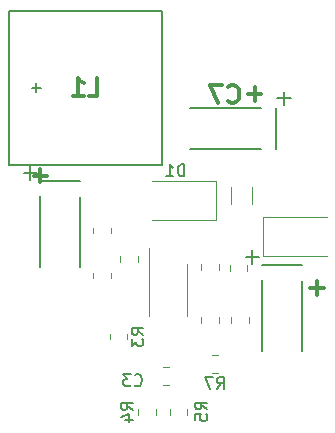
<source format=gbr>
%TF.GenerationSoftware,KiCad,Pcbnew,6.0.4-6f826c9f35~116~ubuntu20.04.1*%
%TF.CreationDate,2022-04-06T12:52:50+00:00*%
%TF.ProjectId,SOLARMINI01B,534f4c41-524d-4494-9e49-3031422e6b69,rev?*%
%TF.SameCoordinates,Original*%
%TF.FileFunction,Legend,Bot*%
%TF.FilePolarity,Positive*%
%FSLAX46Y46*%
G04 Gerber Fmt 4.6, Leading zero omitted, Abs format (unit mm)*
G04 Created by KiCad (PCBNEW 6.0.4-6f826c9f35~116~ubuntu20.04.1) date 2022-04-06 12:52:50*
%MOMM*%
%LPD*%
G01*
G04 APERTURE LIST*
%ADD10C,0.304800*%
%ADD11C,0.150000*%
%ADD12C,0.120000*%
G04 APERTURE END LIST*
D10*
%TO.C,C7*%
X29225240Y31388714D02*
X29297811Y31316142D01*
X29515525Y31243571D01*
X29660668Y31243571D01*
X29878382Y31316142D01*
X30023525Y31461285D01*
X30096097Y31606428D01*
X30168668Y31896714D01*
X30168668Y32114428D01*
X30096097Y32404714D01*
X30023525Y32549857D01*
X29878382Y32695000D01*
X29660668Y32767571D01*
X29515525Y32767571D01*
X29297811Y32695000D01*
X29225240Y32622428D01*
X28717240Y32767571D02*
X27701240Y32767571D01*
X28354382Y31243571D01*
X32025771Y31996742D02*
X30864628Y31996742D01*
X31445200Y31416171D02*
X31445200Y32577314D01*
D11*
%TO.C,C3*%
X21299466Y7364457D02*
X21347085Y7316838D01*
X21489942Y7269219D01*
X21585180Y7269219D01*
X21728038Y7316838D01*
X21823276Y7412076D01*
X21870895Y7507314D01*
X21918514Y7697790D01*
X21918514Y7840647D01*
X21870895Y8031123D01*
X21823276Y8126361D01*
X21728038Y8221600D01*
X21585180Y8269219D01*
X21489942Y8269219D01*
X21347085Y8221600D01*
X21299466Y8173980D01*
X20966133Y8269219D02*
X20347085Y8269219D01*
X20680419Y7888266D01*
X20537561Y7888266D01*
X20442323Y7840647D01*
X20394704Y7793028D01*
X20347085Y7697790D01*
X20347085Y7459695D01*
X20394704Y7364457D01*
X20442323Y7316838D01*
X20537561Y7269219D01*
X20823276Y7269219D01*
X20918514Y7316838D01*
X20966133Y7364457D01*
D10*
%TO.C,C1*%
X13316857Y25675771D02*
X13316857Y24514628D01*
X13897428Y25095200D02*
X12736285Y25095200D01*
D11*
%TO.C,R7*%
X28257166Y7041619D02*
X28590500Y7517809D01*
X28828595Y7041619D02*
X28828595Y8041619D01*
X28447642Y8041619D01*
X28352404Y7994000D01*
X28304785Y7946380D01*
X28257166Y7851142D01*
X28257166Y7708285D01*
X28304785Y7613047D01*
X28352404Y7565428D01*
X28447642Y7517809D01*
X28828595Y7517809D01*
X27923833Y8041619D02*
X27257166Y8041619D01*
X27685738Y7041619D01*
%TO.C,D1*%
X25503095Y25034619D02*
X25503095Y26034619D01*
X25265000Y26034619D01*
X25122142Y25987000D01*
X25026904Y25891761D01*
X24979285Y25796523D01*
X24931666Y25606047D01*
X24931666Y25463190D01*
X24979285Y25272714D01*
X25026904Y25177476D01*
X25122142Y25082238D01*
X25265000Y25034619D01*
X25503095Y25034619D01*
X23979285Y25034619D02*
X24550714Y25034619D01*
X24265000Y25034619D02*
X24265000Y26034619D01*
X24360238Y25891761D01*
X24455476Y25796523D01*
X24550714Y25748904D01*
%TO.C,R5*%
X27427180Y5297466D02*
X26950990Y5630800D01*
X27427180Y5868895D02*
X26427180Y5868895D01*
X26427180Y5487942D01*
X26474800Y5392704D01*
X26522419Y5345085D01*
X26617657Y5297466D01*
X26760514Y5297466D01*
X26855752Y5345085D01*
X26903371Y5392704D01*
X26950990Y5487942D01*
X26950990Y5868895D01*
X26427180Y4392704D02*
X26427180Y4868895D01*
X26903371Y4916514D01*
X26855752Y4868895D01*
X26808133Y4773657D01*
X26808133Y4535561D01*
X26855752Y4440323D01*
X26903371Y4392704D01*
X26998609Y4345085D01*
X27236704Y4345085D01*
X27331942Y4392704D01*
X27379561Y4440323D01*
X27427180Y4535561D01*
X27427180Y4773657D01*
X27379561Y4868895D01*
X27331942Y4916514D01*
%TO.C,R3*%
X22041380Y11620166D02*
X21565190Y11953500D01*
X22041380Y12191595D02*
X21041380Y12191595D01*
X21041380Y11810642D01*
X21089000Y11715404D01*
X21136619Y11667785D01*
X21231857Y11620166D01*
X21374714Y11620166D01*
X21469952Y11667785D01*
X21517571Y11715404D01*
X21565190Y11810642D01*
X21565190Y12191595D01*
X21041380Y11286833D02*
X21041380Y10667785D01*
X21422333Y11001119D01*
X21422333Y10858261D01*
X21469952Y10763023D01*
X21517571Y10715404D01*
X21612809Y10667785D01*
X21850904Y10667785D01*
X21946142Y10715404D01*
X21993761Y10763023D01*
X22041380Y10858261D01*
X22041380Y11143976D01*
X21993761Y11239214D01*
X21946142Y11286833D01*
%TO.C,R4*%
X21154380Y5246666D02*
X20678190Y5580000D01*
X21154380Y5818095D02*
X20154380Y5818095D01*
X20154380Y5437142D01*
X20202000Y5341904D01*
X20249619Y5294285D01*
X20344857Y5246666D01*
X20487714Y5246666D01*
X20582952Y5294285D01*
X20630571Y5341904D01*
X20678190Y5437142D01*
X20678190Y5818095D01*
X20487714Y4389523D02*
X21154380Y4389523D01*
X20106761Y4627619D02*
X20821047Y4865714D01*
X20821047Y4246666D01*
D10*
%TO.C,C6*%
X36735657Y16176171D02*
X36735657Y15015028D01*
X37316228Y15595600D02*
X36155085Y15595600D01*
%TO.C,L1*%
X17399000Y31822571D02*
X18124714Y31822571D01*
X18124714Y33346571D01*
X16092714Y31822571D02*
X16963571Y31822571D01*
X16528142Y31822571D02*
X16528142Y33346571D01*
X16673285Y33128857D01*
X16818428Y32983714D01*
X16963571Y32911142D01*
D11*
%TO.C,C7*%
X25994360Y30784800D02*
X31993840Y30784800D01*
X33972500Y32136080D02*
X33972500Y31036260D01*
X34571940Y31635700D02*
X33373060Y31635700D01*
X33271460Y30782260D02*
X33271460Y27383740D01*
X25971500Y27383740D02*
X31970980Y27383740D01*
X33289240Y30784800D02*
X33289240Y27386280D01*
D12*
%TO.C,R1*%
X17807000Y20674064D02*
X17807000Y20219936D01*
X19277000Y20674064D02*
X19277000Y20219936D01*
%TO.C,C8*%
X28421000Y12626748D02*
X28421000Y13149252D01*
X26951000Y12626748D02*
X26951000Y13149252D01*
%TO.C,C3*%
X23680748Y8863000D02*
X24203252Y8863000D01*
X23680748Y7393000D02*
X24203252Y7393000D01*
%TO.C,R8*%
X29491000Y13077564D02*
X29491000Y12623436D01*
X30961000Y13077564D02*
X30961000Y12623436D01*
D11*
%TO.C,C1*%
X12433300Y25920700D02*
X12433300Y24721820D01*
X13286740Y24620220D02*
X16685260Y24620220D01*
X13284200Y24638000D02*
X16682720Y24638000D01*
X16685260Y17320260D02*
X16685260Y23319740D01*
X11932920Y25321260D02*
X13032740Y25321260D01*
X13284200Y17343120D02*
X13284200Y23342600D01*
D12*
%TO.C,R7*%
X27863436Y8409000D02*
X28317564Y8409000D01*
X27863436Y9879000D02*
X28317564Y9879000D01*
%TO.C,C4*%
X28421000Y17594252D02*
X28421000Y17071748D01*
X26951000Y17594252D02*
X26951000Y17071748D01*
%TO.C,C5*%
X30834000Y17533252D02*
X30834000Y17010748D01*
X29364000Y17533252D02*
X29364000Y17010748D01*
%TO.C,D2*%
X32160000Y21589000D02*
X37560000Y21589000D01*
X32160000Y18289000D02*
X37560000Y18289000D01*
X32160000Y18289000D02*
X32160000Y21589000D01*
%TO.C,R6*%
X31263000Y24160564D02*
X31263000Y22706436D01*
X29443000Y24160564D02*
X29443000Y22706436D01*
%TO.C,D1*%
X28165000Y21337000D02*
X22765000Y21337000D01*
X28165000Y24637000D02*
X22765000Y24637000D01*
X28165000Y24637000D02*
X28165000Y21337000D01*
%TO.C,R2*%
X17807000Y16840564D02*
X17807000Y16386436D01*
X19277000Y16840564D02*
X19277000Y16386436D01*
%TO.C,U1*%
X25740000Y15367000D02*
X25740000Y13167000D01*
X25740000Y15367000D02*
X25740000Y17567000D01*
X22520000Y15367000D02*
X22520000Y18967000D01*
X22520000Y15367000D02*
X22520000Y13167000D01*
%TO.C,R5*%
X25754000Y5307064D02*
X25754000Y4852936D01*
X24284000Y5307064D02*
X24284000Y4852936D01*
%TO.C,R3*%
X19204000Y11226436D02*
X19204000Y11680564D01*
X20674000Y11226436D02*
X20674000Y11680564D01*
%TO.C,R4*%
X23087000Y5307064D02*
X23087000Y4852936D01*
X21617000Y5307064D02*
X21617000Y4852936D01*
%TO.C,C2*%
X20093000Y18295252D02*
X20093000Y17772748D01*
X21563000Y18295252D02*
X21563000Y17772748D01*
D11*
%TO.C,C6*%
X31229300Y18808700D02*
X31229300Y17609820D01*
X32080200Y10231120D02*
X32080200Y16230600D01*
X32082740Y17508220D02*
X35481260Y17508220D01*
X35481260Y10208260D02*
X35481260Y16207740D01*
X32080200Y17526000D02*
X35478720Y17526000D01*
X30728920Y18209260D02*
X31828740Y18209260D01*
%TO.C,L1*%
X12573000Y32512000D02*
X13335000Y32512000D01*
X23645000Y39012000D02*
X23645000Y26012000D01*
X10645000Y39012000D02*
X23645000Y39012000D01*
X12954000Y32893000D02*
X12954000Y32131000D01*
X10645000Y26012000D02*
X10645000Y39012000D01*
X23645000Y26012000D02*
X10645000Y26012000D01*
%TD*%
M02*

</source>
